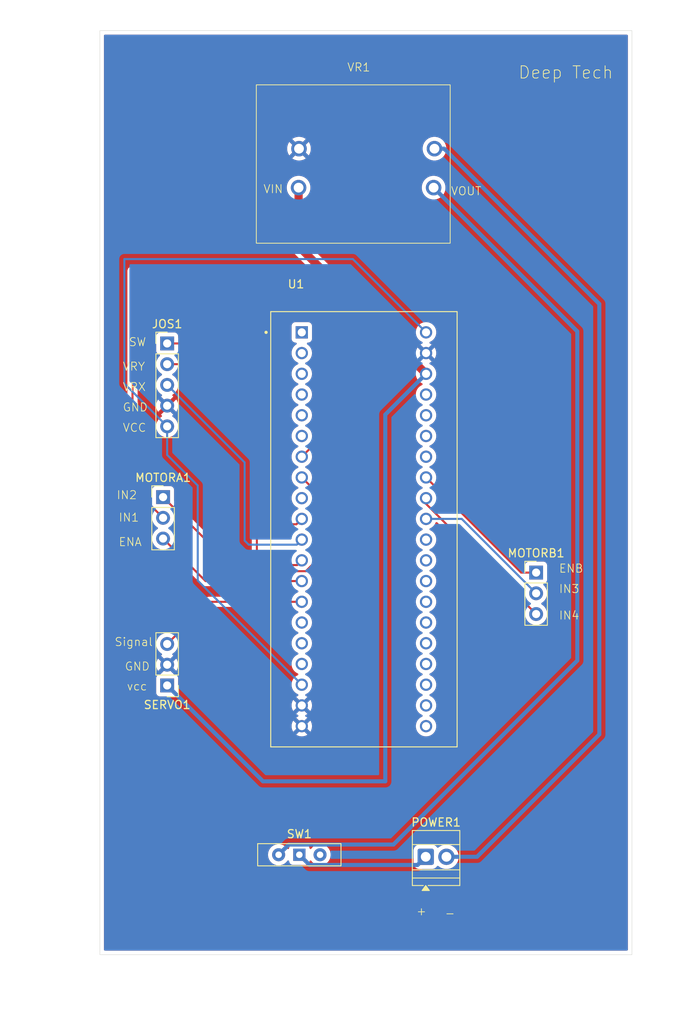
<source format=kicad_pcb>
(kicad_pcb (version 20241229) (generator "pcbnew") (generator_version "9.0")
  (layers (0 "F.Cu" signal) (2 "B.Cu" signal) (13 "F.Paste" user) (15 "B.Paste" user) (5 "F.SilkS" user "F.Silkscreen") (7 "B.SilkS" user "B.Silkscreen") (1 "F.Mask" user) (3 "B.Mask" user) (25 "Edge.Cuts" user))
  (net 0 "")
  (net 1 "GND")
  (net 2 "3.3V")
  (net 3 "A7")
  (net 4 "A6")
  (net 5 "A5")
  (net 6 "A3")
  (net 7 "B0")
  (net 8 "A2")
  (net 9 "B5")
  (net 10 "B3")
  (net 11 "B4")
  (net 12 "-")
  (net 13 "S1")
  (net 14 "B1")
  (net 15 "5v")
  (net 16 "5VOUT")
  (footprint "5v converter:Untitled" (layer "F.Cu") (at 173.8634 27.3972 90)
    (property "Reference" "VR1" (at 2.1472 -11.3634 0) (layer "F.SilkS") (effects (font (thickness 0.1))))
    (property "Value" "Conn_02x02_Row_Letter_First" (hide yes))
    (fp_rect (start -19.4056 -23.9268) (end 0 -0.1524) (stroke (width 0.1)) (fill no) (layer "F.SilkS"))
    (pad "a1" thru_hole circle (at -12.5984 -2.1844 90) (size 1.905 1.905) (drill 1.2) (layers "*.Cu" "*.Mask") (net 16 "5VOUT"))
    (pad "a2" thru_hole circle (at -7.8232 -2.0828 90) (size 1.905 1.905) (drill 1.2) (layers "*.Cu" "*.Mask") (net 12 "-"))
    (pad "b1" thru_hole circle (at -12.5984 -18.7452 90) (size 1.905 1.905) (drill 1.2) (layers "*.Cu" "*.Mask") (net 15 "5v"))
    (pad "b2" thru_hole circle (at -7.8232 -18.6944 90) (size 1.905 1.905) (drill 1.2) (layers "*.Cu" "*.Mask") (net 1 "GND"))
  )
  (footprint "Button_Switch_THT:SW_Slide-03_Wuerth-WS-SLTV_10x2.5x6.4_P2.54mm" (layer "F.Cu") (at 155.21 121.75)
    (property "Reference" "SW1" (at 0 -2.54 0) (layer "F.SilkS"))
    (property "Value" "SW_DIP_x01")
    (fp_rect (start -5.11 -1.36) (end 5.11 1.36) (stroke (width 0.12)) (fill no) (layer "F.SilkS"))
    (pad "1" thru_hole rect (at 0 0) (size 1.5 1.5) (drill 0.8) (layers "*.Cu" "*.Mask") (net 13 "S1"))
    (pad "2" thru_hole circle (at -2.54 0) (size 1.6 1.6) (drill 0.8) (layers "*.Cu" "*.Mask") (net 16 "5VOUT"))
    (pad "3" thru_hole circle (at 2.54 0) (size 1.6 1.6) (drill 0.8) (layers "*.Cu" "*.Mask"))
  )
  (footprint "Connector_PinHeader_2.54mm:PinHeader_1x03_P2.54mm_Vertical" (layer "F.Cu") (at 138.5 77.92)
    (property "Reference" "MOTORA1" (at 0 -2.38 0) (layer "F.SilkS"))
    (property "Value" "Conn_01x03" (hide yes))
    (fp_line (start -1.38 -1.38) (end 0 -1.38) (stroke (width 0.12)) (layer "F.SilkS"))
    (fp_line (start -1.38 0) (end -1.38 -1.38) (stroke (width 0.12)) (layer "F.SilkS"))
    (fp_line (start -1.38 1.27) (end -1.38 6.46) (stroke (width 0.12)) (layer "F.SilkS"))
    (fp_line (start -1.38 1.27) (end 1.38 1.27) (stroke (width 0.12)) (layer "F.SilkS"))
    (fp_line (start -1.38 6.46) (end 1.38 6.46) (stroke (width 0.12)) (layer "F.SilkS"))
    (fp_line (start 1.38 1.27) (end 1.38 6.46) (stroke (width 0.12)) (layer "F.SilkS"))
    (pad "1" thru_hole rect (at 0 0) (size 1.7 1.7) (drill 1) (layers "*.Cu" "*.Mask") (net 6 "A3"))
    (pad "2" thru_hole circle (at 0 2.54) (size 1.7 1.7) (drill 1) (layers "*.Cu" "*.Mask") (net 8 "A2"))
    (pad "3" thru_hole circle (at 0 5.08) (size 1.7 1.7) (drill 1) (layers "*.Cu" "*.Mask") (net 7 "B0"))
  )
  (footprint "Connector_PinHeader_2.54mm:PinHeader_1x05_P2.54mm_Vertical" (layer "F.Cu") (at 139 59.09)
    (property "Reference" "JOS1" (at 0 -2.38 0) (layer "F.SilkS"))
    (property "Value" "Conn_01x05" (hide yes))
    (fp_line (start -1.38 -1.38) (end 0 -1.38) (stroke (width 0.12)) (layer "F.SilkS"))
    (fp_line (start -1.38 0) (end -1.38 -1.38) (stroke (width 0.12)) (layer "F.SilkS"))
    (fp_line (start -1.38 1.27) (end -1.38 11.54) (stroke (width 0.12)) (layer "F.SilkS"))
    (fp_line (start -1.38 1.27) (end 1.38 1.27) (stroke (width 0.12)) (layer "F.SilkS"))
    (fp_line (start -1.38 11.54) (end 1.38 11.54) (stroke (width 0.12)) (layer "F.SilkS"))
    (fp_line (start 1.38 1.27) (end 1.38 11.54) (stroke (width 0.12)) (layer "F.SilkS"))
    (pad "1" thru_hole rect (at 0 0) (size 1.7 1.7) (drill 1) (layers "*.Cu" "*.Mask") (net 5 "A5"))
    (pad "2" thru_hole circle (at 0 2.54) (size 1.7 1.7) (drill 1) (layers "*.Cu" "*.Mask") (net 3 "A7"))
    (pad "3" thru_hole circle (at 0 5.08) (size 1.7 1.7) (drill 1) (layers "*.Cu" "*.Mask") (net 4 "A6"))
    (pad "4" thru_hole circle (at 0 7.62) (size 1.7 1.7) (drill 1) (layers "*.Cu" "*.Mask") (net 1 "GND"))
    (pad "5" thru_hole circle (at 0 10.16) (size 1.7 1.7) (drill 1) (layers "*.Cu" "*.Mask") (net 2 "3.3V"))
  )
  (footprint "Connector_PinHeader_2.54mm:PinHeader_1x03_P2.54mm_Vertical" (layer "F.Cu") (at 184.25 87.17)
    (property "Reference" "MOTORB1" (at 0 -2.38 0) (layer "F.SilkS"))
    (property "Value" "Conn_01x03" (hide yes))
    (fp_line (start -1.38 -1.38) (end 0 -1.38) (stroke (width 0.12)) (layer "F.SilkS"))
    (fp_line (start -1.38 0) (end -1.38 -1.38) (stroke (width 0.12)) (layer "F.SilkS"))
    (fp_line (start -1.38 1.27) (end -1.38 6.46) (stroke (width 0.12)) (layer "F.SilkS"))
    (fp_line (start -1.38 1.27) (end 1.38 1.27) (stroke (width 0.12)) (layer "F.SilkS"))
    (fp_line (start -1.38 6.46) (end 1.38 6.46) (stroke (width 0.12)) (layer "F.SilkS"))
    (fp_line (start 1.38 1.27) (end 1.38 6.46) (stroke (width 0.12)) (layer "F.SilkS"))
    (pad "1" thru_hole rect (at 0 0) (size 1.7 1.7) (drill 1) (layers "*.Cu" "*.Mask") (net 9 "B5"))
    (pad "2" thru_hole circle (at 0 2.54) (size 1.7 1.7) (drill 1) (layers "*.Cu" "*.Mask") (net 10 "B3"))
    (pad "3" thru_hole circle (at 0 5.08) (size 1.7 1.7) (drill 1) (layers "*.Cu" "*.Mask") (net 11 "B4"))
  )
  (footprint "Connector_PinHeader_2.54mm:PinHeader_1x03_P2.54mm_Vertical" (layer "F.Cu") (at 139 101 180)
    (property "Reference" "SERVO1" (at 0 -2.38 0) (layer "F.SilkS"))
    (property "Value" "Conn_01x03")
    (fp_line (start 1.38 1.27) (end 1.38 6.46) (stroke (width 0.12)) (layer "F.SilkS"))
    (fp_line (start -1.38 6.46) (end 1.38 6.46) (stroke (width 0.12)) (layer "F.SilkS"))
    (fp_line (start -1.38 1.27) (end 1.38 1.27) (stroke (width 0.12)) (layer "F.SilkS"))
    (fp_line (start -1.38 1.27) (end -1.38 6.46) (stroke (width 0.12)) (layer "F.SilkS"))
    (fp_line (start -1.38 0) (end -1.38 -1.38) (stroke (width 0.12)) (layer "F.SilkS"))
    (fp_line (start -1.38 -1.38) (end 0 -1.38) (stroke (width 0.12)) (layer "F.SilkS"))
    (pad "1" thru_hole rect (at 0 0 180) (size 1.7 1.7) (drill 1) (layers "*.Cu" "*.Mask") (net 15 "5v"))
    (pad "2" thru_hole circle (at 0 2.54 180) (size 1.7 1.7) (drill 1) (layers "*.Cu" "*.Mask") (net 1 "GND"))
    (pad "3" thru_hole circle (at 0 5.08 180) (size 1.7 1.7) (drill 1) (layers "*.Cu" "*.Mask") (net 14 "B1"))
  )
  (footprint "TerminalBlock:TerminalBlock_Xinya_XY308-2.54-2P_1x02_P2.54mm_Horizontal" (layer "F.Cu") (at 170.71 122)
    (property "Reference" "POWER1" (at 1.27 -4.22 0) (layer "F.SilkS"))
    (property "Value" "Conn_01x02" (hide yes))
    (fp_line (start -1.64 -3.22) (end 4.18 -3.22) (stroke (width 0.12)) (layer "F.SilkS"))
    (fp_line (start -1.64 -1.5) (end 4.18 -1.5) (stroke (width 0.12)) (layer "F.SilkS"))
    (fp_line (start -1.64 1.6) (end 4.18 1.6) (stroke (width 0.12)) (layer "F.SilkS"))
    (fp_line (start -1.64 2.6) (end 4.18 2.6) (stroke (width 0.12)) (layer "F.SilkS"))
    (fp_line (start -1.64 3.52) (end -1.64 -3.22) (stroke (width 0.12)) (layer "F.SilkS"))
    (fp_line (start -0.3 3.52) (end -1.64 3.52) (stroke (width 0.12)) (layer "F.SilkS"))
    (fp_line (start 4.18 -3.22) (end 4.18 3.52) (stroke (width 0.12)) (layer "F.SilkS"))
    (fp_line (start 4.18 3.52) (end 0.3 3.52) (stroke (width 0.12)) (layer "F.SilkS"))
    (fp_poly (pts (xy 0 3.52) (xy 0.44 4.13) (xy -0.44 4.13)) (stroke (width 0.12)) (fill yes) (layer "F.SilkS"))
    (pad "1" thru_hole roundrect (at 0 0) (size 2 2) (drill 1.2) (layers "*.Cu" "*.Mask") (roundrect_rratio 0.125) (net 13 "S1"))
    (pad "2" thru_hole circle (at 2.54 0) (size 2 2) (drill 1.2) (layers "*.Cu" "*.Mask") (net 12 "-"))
  )
  (footprint "footprint:MODULE_ZC323000" (layer "F.Cu") (at 163.13 81.86)
    (property "Reference" "U1" (at -8.325 -30.035 0) (layer "F.SilkS"))
    (property "Value" "ZC323000" (hide yes))
    (fp_line (start -11.43 -26.67) (end 11.43 -26.67) (stroke (width 0.127)) (layer "F.SilkS"))
    (fp_line (start -11.43 26.67) (end -11.43 -26.67) (stroke (width 0.127)) (layer "F.SilkS"))
    (fp_line (start 11.43 -26.67) (end 11.43 26.67) (stroke (width 0.127)) (layer "F.SilkS"))
    (fp_line (start 11.43 26.67) (end -11.43 26.67) (stroke (width 0.127)) (layer "F.SilkS"))
    (fp_circle (center -12 -24.13) (end -11.9 -24.13) (stroke (width 0.2)) (fill no) (layer "F.SilkS"))
    (pad "1" thru_hole rect (at -7.62 -24.13) (size 1.508 1.508) (drill 1) (layers "*.Cu" "*.Mask"))
    (pad "2" thru_hole circle (at -7.62 -21.59) (size 1.508 1.508) (drill 1) (layers "*.Cu" "*.Mask"))
    (pad "3" thru_hole circle (at -7.62 -19.05) (size 1.508 1.508) (drill 1) (layers "*.Cu" "*.Mask"))
    (pad "4" thru_hole circle (at -7.62 -16.51) (size 1.508 1.508) (drill 1) (layers "*.Cu" "*.Mask"))
    (pad "5" thru_hole circle (at -7.62 -13.97) (size 1.508 1.508) (drill 1) (layers "*.Cu" "*.Mask"))
    (pad "6" thru_hole circle (at -7.62 -11.43) (size 1.508 1.508) (drill 1) (layers "*.Cu" "*.Mask"))
    (pad "7" thru_hole circle (at -7.62 -8.89) (size 1.508 1.508) (drill 1) (layers "*.Cu" "*.Mask") (net 8 "A2"))
    (pad "8" thru_hole circle (at -7.62 -6.35) (size 1.508 1.508) (drill 1) (layers "*.Cu" "*.Mask") (net 6 "A3"))
    (pad "9" thru_hole circle (at -7.62 -3.81) (size 1.508 1.508) (drill 1) (layers "*.Cu" "*.Mask"))
    (pad "10" thru_hole circle (at -7.62 -1.27) (size 1.508 1.508) (drill 1) (layers "*.Cu" "*.Mask") (net 5 "A5"))
    (pad "11" thru_hole circle (at -7.62 1.27) (size 1.508 1.508) (drill 1) (layers "*.Cu" "*.Mask") (net 4 "A6"))
    (pad "12" thru_hole circle (at -7.62 3.81) (size 1.508 1.508) (drill 1) (layers "*.Cu" "*.Mask") (net 3 "A7"))
    (pad "13" thru_hole circle (at -7.62 6.35) (size 1.508 1.508) (drill 1) (layers "*.Cu" "*.Mask") (net 7 "B0"))
    (pad "14" thru_hole circle (at -7.62 8.89) (size 1.508 1.508) (drill 1) (layers "*.Cu" "*.Mask") (net 14 "B1"))
    (pad "15" thru_hole circle (at -7.62 11.43) (size 1.508 1.508) (drill 1) (layers "*.Cu" "*.Mask"))
    (pad "16" thru_hole circle (at -7.62 13.97) (size 1.508 1.508) (drill 1) (layers "*.Cu" "*.Mask"))
    (pad "17" thru_hole circle (at -7.62 16.51) (size 1.508 1.508) (drill 1) (layers "*.Cu" "*.Mask"))
    (pad "18" thru_hole circle (at -7.62 19.05) (size 1.508 1.508) (drill 1) (layers "*.Cu" "*.Mask") (net 2 "3.3V"))
    (pad "19" thru_hole circle (at -7.62 21.59) (size 1.508 1.508) (drill 1) (layers "*.Cu" "*.Mask") (net 1 "GND"))
    (pad "20" thru_hole circle (at -7.62 24.13) (size 1.508 1.508) (drill 1) (layers "*.Cu" "*.Mask") (net 1 "GND"))
    (pad "21" thru_hole circle (at 7.62 24.13) (size 1.508 1.508) (drill 1) (layers "*.Cu" "*.Mask"))
    (pad "22" thru_hole circle (at 7.62 21.59) (size 1.508 1.508) (drill 1) (layers "*.Cu" "*.Mask"))
    (pad "23" thru_hole circle (at 7.62 19.05) (size 1.508 1.508) (drill 1) (layers "*.Cu" "*.Mask"))
    (pad "24" thru_hole circle (at 7.62 16.51) (size 1.508 1.508) (drill 1) (layers "*.Cu" "*.Mask"))
    (pad "25" thru_hole circle (at 7.62 13.97) (size 1.508 1.508) (drill 1) (layers "*.Cu" "*.Mask"))
    (pad "26" thru_hole circle (at 7.62 11.43) (size 1.508 1.508) (drill 1) (layers "*.Cu" "*.Mask"))
    (pad "27" thru_hole circle (at 7.62 8.89) (size 1.508 1.508) (drill 1) (layers "*.Cu" "*.Mask"))
    (pad "28" thru_hole circle (at 7.62 6.35) (size 1.508 1.508) (drill 1) (layers "*.Cu" "*.Mask"))
    (pad "29" thru_hole circle (at 7.62 3.81) (size 1.508 1.508) (drill 1) (layers "*.Cu" "*.Mask"))
    (pad "30" thru_hole circle (at 7.62 1.27) (size 1.508 1.508) (drill 1) (layers "*.Cu" "*.Mask"))
    (pad "31" thru_hole circle (at 7.62 -1.27) (size 1.508 1.508) (drill 1) (layers "*.Cu" "*.Mask") (net 10 "B3"))
    (pad "32" thru_hole circle (at 7.62 -3.81) (size 1.508 1.508) (drill 1) (layers "*.Cu" "*.Mask") (net 11 "B4"))
    (pad "33" thru_hole circle (at 7.62 -6.35) (size 1.508 1.508) (drill 1) (layers "*.Cu" "*.Mask") (net 9 "B5"))
    (pad "34" thru_hole circle (at 7.62 -8.89) (size 1.508 1.508) (drill 1) (layers "*.Cu" "*.Mask"))
    (pad "35" thru_hole circle (at 7.62 -11.43) (size 1.508 1.508) (drill 1) (layers "*.Cu" "*.Mask"))
    (pad "36" thru_hole circle (at 7.62 -13.97) (size 1.508 1.508) (drill 1) (layers "*.Cu" "*.Mask"))
    (pad "37" thru_hole circle (at 7.62 -16.51) (size 1.508 1.508) (drill 1) (layers "*.Cu" "*.Mask"))
    (pad "38" thru_hole circle (at 7.62 -19.05) (size 1.508 1.508) (drill 1) (layers "*.Cu" "*.Mask") (net 15 "5v"))
    (pad "39" thru_hole circle (at 7.62 -21.59) (size 1.508 1.508) (drill 1) (layers "*.Cu" "*.Mask") (net 1 "GND"))
    (pad "40" thru_hole circle (at 7.62 -24.13) (size 1.508 1.508) (drill 1) (layers "*.Cu" "*.Mask") (net 2 "3.3V"))
  )
  (gr_rect (start 130.75 20.75) (end 196 134) (stroke (width 0.05)) (fill no) (layer "Edge.Cuts"))
  (gr_text "VCC\n" (at 133.5 70 0) (layer "F.SilkS") (effects (font (size 1 1) (thickness 0.1)) (justify left bottom)))
  (gr_text "IN2\n" (at 132.75 78.25 0) (layer "F.SilkS") (effects (font (size 1 1) (thickness 0.1)) (justify left bottom)))
  (gr_text "SW" (at 134.25 59.5 0) (layer "F.SilkS") (effects (font (size 1 1) (thickness 0.1)) (justify left bottom)))
  (gr_text "GND\n" (at 133.5 67.5 0) (layer "F.SilkS") (effects (font (size 1 1) (thickness 0.1)) (justify left bottom)))
  (gr_text "ENB\n" (at 187 87.25 0) (layer "F.SilkS") (effects (font (size 1 1) (thickness 0.1)) (justify left bottom)))
  (gr_text "IN4\n" (at 187 93 0) (layer "F.SilkS") (effects (font (size 1 1) (thickness 0.1)) (justify left bottom)))
  (gr_text "VRX\n" (at 133.5 65 0) (layer "F.SilkS") (effects (font (size 1 1) (thickness 0.1)) (justify left bottom)))
  (gr_text "GND\n" (at 133.75 99.25 0) (layer "F.SilkS") (effects (font (size 1 1) (thickness 0.1)) (justify left bottom)))
  (gr_text "VOUT\n" (at 173.75 41 0) (layer "F.SilkS") (effects (font (size 1 1) (thickness 0.1)) (justify left bottom)))
  (gr_text "VRY\n" (at 133.5 62.5 0) (layer "F.SilkS") (effects (font (size 1 1) (thickness 0.1)) (justify left bottom)))
  (gr_text "IN1\n" (at 133 81 0) (layer "F.SilkS") (effects (font (size 1 1) (thickness 0.1)) (justify left bottom)))
  (gr_text "Signal" (at 132.5 96.25 0) (layer "F.SilkS") (effects (font (size 1 1) (thickness 0.1)) (justify left bottom)))
  (gr_text "+" (at 169.5 129.25 0) (layer "F.SilkS") (effects (font (size 1 1) (thickness 0.1)) (justify left bottom)))
  (gr_text "Deep Tech\n" (at 182 26.75 0) (layer "F.SilkS") (effects (font (size 1.5 1.5) (thickness 0.1)) (justify left bottom)))
  (gr_text "IN3\n" (at 187 89.75 0) (layer "F.SilkS") (effects (font (size 1 1) (thickness 0.1)) (justify left bottom)))
  (gr_text "-\n" (at 173 129.5 0) (layer "F.SilkS") (effects (font (size 1 1) (thickness 0.1)) (justify left bottom)))
  (gr_text "VIN\n" (at 150.75 40.75 0) (layer "F.SilkS") (effects (font (size 1 1) (thickness 0.1)) (justify left bottom)))
  (gr_text "ENA\n" (at 133 84 0) (layer "F.SilkS") (effects (font (size 1 1) (thickness 0.1)) (justify left bottom)))
  (gr_text "vcc\n" (at 134 101.69 0) (layer "F.SilkS") (effects (font (size 1 1) (thickness 0.1)) (justify left bottom)))
  (segment (start 133.75 64) (end 133.75 48.75) (width 0.25) (layer "B.Cu") (net 2))
  (segment (start 139 72.75) (end 142.75 76.5) (width 0.25) (layer "B.Cu") (net 2))
  (segment (start 133.75 48.75) (end 161.77 48.75) (width 0.25) (layer "B.Cu") (net 2))
  (segment (start 142.75 76.5) (end 142.75 88.15) (width 0.25) (layer "B.Cu") (net 2))
  (segment (start 142.75 88.15) (end 155.51 100.91) (width 0.25) (layer "B.Cu") (net 2))
  (segment (start 139 69.25) (end 139 72.75) (width 0.25) (layer "B.Cu") (net 2))
  (segment (start 161.77 48.75) (end 170.75 57.73) (width 0.25) (layer "B.Cu") (net 2))
  (segment (start 139 69.25) (end 133.75 64) (width 0.25) (layer "B.Cu") (net 2))
  (segment (start 150 85.75) (end 150.5 86.25) (width 0.25) (layer "F.Cu") (net 3))
  (segment (start 148.62 61.63) (end 148.65625 61.59375) (width 0.25) (layer "F.Cu") (net 3))
  (segment (start 148.65625 61.59375) (end 150 62.9375) (width 0.25) (layer "F.Cu") (net 3))
  (segment (start 150 62.9375) (end 150 85.75) (width 0.25) (layer "F.Cu") (net 3))
  (segment (start 139 61.63) (end 148.62 61.63) (width 0.25) (layer "F.Cu") (net 3))
  (segment (start 150.5 86.25) (end 154.93 86.25) (width 0.25) (layer "F.Cu") (net 3))
  (segment (start 154.93 86.25) (end 155.51 85.67) (width 0.25) (layer "F.Cu") (net 3))
  (segment (start 148.5 83.25) (end 149 83.75) (width 0.25) (layer "B.Cu") (net 4))
  (segment (start 149 83.75) (end 154.89 83.75) (width 0.25) (layer "B.Cu") (net 4))
  (segment (start 148.5 73.67) (end 148.5 83.25) (width 0.25) (layer "B.Cu") (net 4))
  (segment (start 154.89 83.75) (end 155.51 83.13) (width 0.25) (layer "B.Cu") (net 4))
  (segment (start 139 64.17) (end 148.5 73.67) (width 0.25) (layer "B.Cu") (net 4))
  (segment (start 151.5 80.75) (end 152 81.25) (width 0.25) (layer "F.Cu") (net 5))
  (segment (start 150.59 59.09) (end 151.5 60) (width 0.25) (layer "F.Cu") (net 5))
  (segment (start 151.5 60) (end 151.5 80.75) (width 0.25) (layer "F.Cu") (net 5))
  (segment (start 139 59.09) (end 150.59 59.09) (width 0.25) (layer "F.Cu") (net 5))
  (segment (start 152 81.25) (end 154.85 81.25) (width 0.25) (layer "F.Cu") (net 5))
  (segment (start 154.85 81.25) (end 155.51 80.59) (width 0.25) (layer "F.Cu") (net 5))
  (segment (start 157 86) (end 157 77) (width 0.25) (layer "F.Cu") (net 6))
  (segment (start 138.5 77.92) (end 147.58 87) (width 0.25) (layer "F.Cu") (net 6))
  (segment (start 157 77) (end 155.51 75.51) (width 0.25) (layer "F.Cu") (net 6))
  (segment (start 147.58 87) (end 156 87) (width 0.25) (layer "F.Cu") (net 6))
  (segment (start 156 87) (end 157 86) (width 0.25) (layer "F.Cu") (net 6))
  (segment (start 138.5 83) (end 143.71 88.21) (width 0.25) (layer "F.Cu") (net 7))
  (segment (start 143.71 88.21) (end 155.51 88.21) (width 0.25) (layer "F.Cu") (net 7))
  (segment (start 138.5 80.46) (end 134.75 76.71) (width 0.25) (layer "F.Cu") (net 8))
  (segment (start 134.75 50.25) (end 152.25 50.25) (width 0.25) (layer "F.Cu") (net 8))
  (segment (start 134.75 76.71) (end 134.75 50.25) (width 0.25) (layer "F.Cu") (net 8))
  (segment (start 152.25 50.25) (end 160.75 58.75) (width 0.25) (layer "F.Cu") (net 8))
  (segment (start 160.75 58.75) (end 160.75 67.73) (width 0.25) (layer "F.Cu") (net 8))
  (segment (start 160.75 67.73) (end 155.51 72.97) (width 0.25) (layer "F.Cu") (net 8))
  (segment (start 182.41 87.17) (end 170.75 75.51) (width 0.25) (layer "F.Cu") (net 9))
  (segment (start 184.25 87.17) (end 182.41 87.17) (width 0.25) (layer "F.Cu") (net 9))
  (segment (start 175.13 80.59) (end 170.75 80.59) (width 0.25) (layer "B.Cu") (net 10))
  (segment (start 184.25 89.71) (end 175.13 80.59) (width 0.25) (layer "B.Cu") (net 10))
  (segment (start 170.75 78.75) (end 170.75 78.05) (width 0.25) (layer "F.Cu") (net 11))
  (segment (start 184.25 92.25) (end 170.75 78.75) (width 0.25) (layer "F.Cu") (net 11))
  (segment (start 177 122) (end 192 107) (width 0.5) (layer "B.Cu") (net 12))
  (segment (start 192 107) (end 192 54.25) (width 0.5) (layer "B.Cu") (net 12))
  (segment (start 173.25 122) (end 177 122) (width 0.5) (layer "B.Cu") (net 12))
  (segment (start 192 54.25) (end 172.9704 35.2204) (width 0.5) (layer "B.Cu") (net 12))
  (segment (start 172.9704 35.2204) (end 171.7806 35.2204) (width 0.5) (layer "B.Cu") (net 12))
  (segment (start 156.461 123.001) (end 155.21 121.75) (width 0.5) (layer "B.Cu") (net 13))
  (segment (start 169.709 123.001) (end 156.461 123.001) (width 0.5) (layer "B.Cu") (net 13))
  (segment (start 170.71 122) (end 169.709 123.001) (width 0.5) (layer "B.Cu") (net 13))
  (segment (start 139 95.92) (end 144.17 90.75) (width 0.25) (layer "F.Cu") (net 14))
  (segment (start 144.17 90.75) (end 155.51 90.75) (width 0.25) (layer "F.Cu") (net 14))
  (segment (start 155.1182 47.1782) (end 170.75 62.81) (width 1) (layer "F.Cu") (net 15))
  (segment (start 155.1182 39.9956) (end 155.1182 47.1782) (width 1) (layer "F.Cu") (net 15))
  (segment (start 165.75 67.81) (end 170.75 62.81) (width 0.5) (layer "B.Cu") (net 15))
  (segment (start 139 101) (end 150.75 112.75) (width 0.5) (layer "B.Cu") (net 15))
  (segment (start 150.75 112.75) (end 165.75 112.75) (width 0.5) (layer "B.Cu") (net 15))
  (segment (start 165.75 112.75) (end 165.75 67.81) (width 0.5) (layer "B.Cu") (net 15))
  (segment (start 189.299 97.951) (end 189.299 57.6156) (width 0.5) (layer "B.Cu") (net 16))
  (segment (start 153.921 120.499) (end 166.751 120.499) (width 0.5) (layer "B.Cu") (net 16))
  (segment (start 189.299 57.6156) (end 171.679 39.9956) (width 0.5) (layer "B.Cu") (net 16))
  (segment (start 166.751 120.499) (end 189.299 97.951) (width 0.5) (layer "B.Cu") (net 16))
  (segment (start 152.67 121.75) (end 153.921 120.499) (width 0.5) (layer "B.Cu") (net 16))
  (zone (net 1) (net_name "GND") (layers "F.Cu" "B.Cu") (connect_pads (clearance 0.5)) (min_thickness 0.25) (fill yes (thermal_gap 0.5) (thermal_bridge_width 0.5))
    (polygon (pts (xy 119 18.25) (xy 201.5 17) (xy 203.5 142.5) (xy 118.5 142)))
  )
)
</source>
